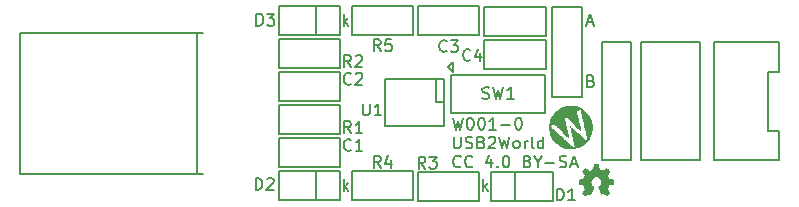
<source format=gto>
G04 (created by PCBNEW (2013-07-07 BZR 4022)-stable) date 25/03/2015 14:16:09*
%MOIN*%
G04 Gerber Fmt 3.4, Leading zero omitted, Abs format*
%FSLAX34Y34*%
G01*
G70*
G90*
G04 APERTURE LIST*
%ADD10C,0.00590551*%
%ADD11C,0.00787402*%
%ADD12C,0.0059*%
%ADD13C,0.0001*%
%ADD14C,0.0079*%
G04 APERTURE END LIST*
G54D10*
G54D11*
X59111Y-38663D02*
X59205Y-39056D01*
X59280Y-38775D01*
X59355Y-39056D01*
X59448Y-38663D01*
X59673Y-38663D02*
X59711Y-38663D01*
X59748Y-38682D01*
X59767Y-38700D01*
X59786Y-38738D01*
X59805Y-38813D01*
X59805Y-38907D01*
X59786Y-38982D01*
X59767Y-39019D01*
X59748Y-39038D01*
X59711Y-39056D01*
X59673Y-39056D01*
X59636Y-39038D01*
X59617Y-39019D01*
X59598Y-38982D01*
X59580Y-38907D01*
X59580Y-38813D01*
X59598Y-38738D01*
X59617Y-38700D01*
X59636Y-38682D01*
X59673Y-38663D01*
X60048Y-38663D02*
X60086Y-38663D01*
X60123Y-38682D01*
X60142Y-38700D01*
X60161Y-38738D01*
X60179Y-38813D01*
X60179Y-38907D01*
X60161Y-38982D01*
X60142Y-39019D01*
X60123Y-39038D01*
X60086Y-39056D01*
X60048Y-39056D01*
X60011Y-39038D01*
X59992Y-39019D01*
X59973Y-38982D01*
X59955Y-38907D01*
X59955Y-38813D01*
X59973Y-38738D01*
X59992Y-38700D01*
X60011Y-38682D01*
X60048Y-38663D01*
X60554Y-39056D02*
X60329Y-39056D01*
X60442Y-39056D02*
X60442Y-38663D01*
X60404Y-38719D01*
X60367Y-38757D01*
X60329Y-38775D01*
X60723Y-38907D02*
X61023Y-38907D01*
X61286Y-38663D02*
X61323Y-38663D01*
X61361Y-38682D01*
X61379Y-38700D01*
X61398Y-38738D01*
X61417Y-38813D01*
X61417Y-38907D01*
X61398Y-38982D01*
X61379Y-39019D01*
X61361Y-39038D01*
X61323Y-39056D01*
X61286Y-39056D01*
X61248Y-39038D01*
X61229Y-39019D01*
X61211Y-38982D01*
X61192Y-38907D01*
X61192Y-38813D01*
X61211Y-38738D01*
X61229Y-38700D01*
X61248Y-38682D01*
X61286Y-38663D01*
X59148Y-39293D02*
X59148Y-39611D01*
X59167Y-39649D01*
X59186Y-39668D01*
X59223Y-39686D01*
X59298Y-39686D01*
X59336Y-39668D01*
X59355Y-39649D01*
X59373Y-39611D01*
X59373Y-39293D01*
X59542Y-39668D02*
X59598Y-39686D01*
X59692Y-39686D01*
X59730Y-39668D01*
X59748Y-39649D01*
X59767Y-39611D01*
X59767Y-39574D01*
X59748Y-39536D01*
X59730Y-39518D01*
X59692Y-39499D01*
X59617Y-39480D01*
X59580Y-39461D01*
X59561Y-39443D01*
X59542Y-39405D01*
X59542Y-39368D01*
X59561Y-39330D01*
X59580Y-39311D01*
X59617Y-39293D01*
X59711Y-39293D01*
X59767Y-39311D01*
X60067Y-39480D02*
X60123Y-39499D01*
X60142Y-39518D01*
X60161Y-39555D01*
X60161Y-39611D01*
X60142Y-39649D01*
X60123Y-39668D01*
X60086Y-39686D01*
X59936Y-39686D01*
X59936Y-39293D01*
X60067Y-39293D01*
X60104Y-39311D01*
X60123Y-39330D01*
X60142Y-39368D01*
X60142Y-39405D01*
X60123Y-39443D01*
X60104Y-39461D01*
X60067Y-39480D01*
X59936Y-39480D01*
X60311Y-39330D02*
X60329Y-39311D01*
X60367Y-39293D01*
X60461Y-39293D01*
X60498Y-39311D01*
X60517Y-39330D01*
X60536Y-39368D01*
X60536Y-39405D01*
X60517Y-39461D01*
X60292Y-39686D01*
X60536Y-39686D01*
X60667Y-39293D02*
X60761Y-39686D01*
X60836Y-39405D01*
X60911Y-39686D01*
X61004Y-39293D01*
X61211Y-39686D02*
X61173Y-39668D01*
X61154Y-39649D01*
X61136Y-39611D01*
X61136Y-39499D01*
X61154Y-39461D01*
X61173Y-39443D01*
X61211Y-39424D01*
X61267Y-39424D01*
X61304Y-39443D01*
X61323Y-39461D01*
X61342Y-39499D01*
X61342Y-39611D01*
X61323Y-39649D01*
X61304Y-39668D01*
X61267Y-39686D01*
X61211Y-39686D01*
X61511Y-39686D02*
X61511Y-39424D01*
X61511Y-39499D02*
X61529Y-39461D01*
X61548Y-39443D01*
X61586Y-39424D01*
X61623Y-39424D01*
X61811Y-39686D02*
X61773Y-39668D01*
X61754Y-39630D01*
X61754Y-39293D01*
X62129Y-39686D02*
X62129Y-39293D01*
X62129Y-39668D02*
X62092Y-39686D01*
X62017Y-39686D01*
X61979Y-39668D01*
X61961Y-39649D01*
X61942Y-39611D01*
X61942Y-39499D01*
X61961Y-39461D01*
X61979Y-39443D01*
X62017Y-39424D01*
X62092Y-39424D01*
X62129Y-39443D01*
X59373Y-40279D02*
X59355Y-40298D01*
X59298Y-40316D01*
X59261Y-40316D01*
X59205Y-40298D01*
X59167Y-40260D01*
X59148Y-40223D01*
X59130Y-40148D01*
X59130Y-40091D01*
X59148Y-40016D01*
X59167Y-39979D01*
X59205Y-39941D01*
X59261Y-39923D01*
X59298Y-39923D01*
X59355Y-39941D01*
X59373Y-39960D01*
X59767Y-40279D02*
X59748Y-40298D01*
X59692Y-40316D01*
X59655Y-40316D01*
X59598Y-40298D01*
X59561Y-40260D01*
X59542Y-40223D01*
X59523Y-40148D01*
X59523Y-40091D01*
X59542Y-40016D01*
X59561Y-39979D01*
X59598Y-39941D01*
X59655Y-39923D01*
X59692Y-39923D01*
X59748Y-39941D01*
X59767Y-39960D01*
X60404Y-40054D02*
X60404Y-40316D01*
X60311Y-39904D02*
X60217Y-40185D01*
X60461Y-40185D01*
X60611Y-40279D02*
X60629Y-40298D01*
X60611Y-40316D01*
X60592Y-40298D01*
X60611Y-40279D01*
X60611Y-40316D01*
X60873Y-39923D02*
X60911Y-39923D01*
X60948Y-39941D01*
X60967Y-39960D01*
X60986Y-39998D01*
X61004Y-40073D01*
X61004Y-40166D01*
X60986Y-40241D01*
X60967Y-40279D01*
X60948Y-40298D01*
X60911Y-40316D01*
X60873Y-40316D01*
X60836Y-40298D01*
X60817Y-40279D01*
X60798Y-40241D01*
X60779Y-40166D01*
X60779Y-40073D01*
X60798Y-39998D01*
X60817Y-39960D01*
X60836Y-39941D01*
X60873Y-39923D01*
X61604Y-40110D02*
X61661Y-40129D01*
X61679Y-40148D01*
X61698Y-40185D01*
X61698Y-40241D01*
X61679Y-40279D01*
X61661Y-40298D01*
X61623Y-40316D01*
X61473Y-40316D01*
X61473Y-39923D01*
X61604Y-39923D01*
X61642Y-39941D01*
X61661Y-39960D01*
X61679Y-39998D01*
X61679Y-40035D01*
X61661Y-40073D01*
X61642Y-40091D01*
X61604Y-40110D01*
X61473Y-40110D01*
X61942Y-40129D02*
X61942Y-40316D01*
X61811Y-39923D02*
X61942Y-40129D01*
X62073Y-39923D01*
X62204Y-40166D02*
X62504Y-40166D01*
X62673Y-40298D02*
X62729Y-40316D01*
X62823Y-40316D01*
X62860Y-40298D01*
X62879Y-40279D01*
X62898Y-40241D01*
X62898Y-40204D01*
X62879Y-40166D01*
X62860Y-40148D01*
X62823Y-40129D01*
X62748Y-40110D01*
X62710Y-40091D01*
X62692Y-40073D01*
X62673Y-40035D01*
X62673Y-39998D01*
X62692Y-39960D01*
X62710Y-39941D01*
X62748Y-39923D01*
X62842Y-39923D01*
X62898Y-39941D01*
X63048Y-40204D02*
X63235Y-40204D01*
X63010Y-40316D02*
X63142Y-39923D01*
X63273Y-40316D01*
X63728Y-37433D02*
X63785Y-37452D01*
X63803Y-37470D01*
X63822Y-37508D01*
X63822Y-37564D01*
X63803Y-37602D01*
X63785Y-37620D01*
X63747Y-37639D01*
X63597Y-37639D01*
X63597Y-37245D01*
X63728Y-37245D01*
X63766Y-37264D01*
X63785Y-37283D01*
X63803Y-37320D01*
X63803Y-37358D01*
X63785Y-37395D01*
X63766Y-37414D01*
X63728Y-37433D01*
X63597Y-37433D01*
X63607Y-35479D02*
X63794Y-35479D01*
X63569Y-35592D02*
X63700Y-35198D01*
X63832Y-35592D01*
G54D12*
X57951Y-34933D02*
X60001Y-34933D01*
X60001Y-34933D02*
X60001Y-35908D01*
X60001Y-35908D02*
X57951Y-35908D01*
X57951Y-35908D02*
X57951Y-34933D01*
X55746Y-40444D02*
X57796Y-40444D01*
X57796Y-40444D02*
X57796Y-41419D01*
X57796Y-41419D02*
X55746Y-41419D01*
X55746Y-41419D02*
X55746Y-40444D01*
X55746Y-34933D02*
X57796Y-34933D01*
X57796Y-34933D02*
X57796Y-35908D01*
X57796Y-35908D02*
X55746Y-35908D01*
X55746Y-35908D02*
X55746Y-34933D01*
X53305Y-38240D02*
X55355Y-38240D01*
X55355Y-38240D02*
X55355Y-39215D01*
X55355Y-39215D02*
X53305Y-39215D01*
X53305Y-39215D02*
X53305Y-38240D01*
X53305Y-36035D02*
X55355Y-36035D01*
X55355Y-36035D02*
X55355Y-37010D01*
X55355Y-37010D02*
X53305Y-37010D01*
X53305Y-37010D02*
X53305Y-36035D01*
X53305Y-39342D02*
X55355Y-39342D01*
X55355Y-39342D02*
X55355Y-40317D01*
X55355Y-40317D02*
X53305Y-40317D01*
X53305Y-40317D02*
X53305Y-39342D01*
X53305Y-37137D02*
X55355Y-37137D01*
X55355Y-37137D02*
X55355Y-38112D01*
X55355Y-38112D02*
X53305Y-38112D01*
X53305Y-38112D02*
X53305Y-37137D01*
X62206Y-35933D02*
X60156Y-35933D01*
X60156Y-35933D02*
X60156Y-34958D01*
X60156Y-34958D02*
X62206Y-34958D01*
X62206Y-34958D02*
X62206Y-35933D01*
X62206Y-37035D02*
X60156Y-37035D01*
X60156Y-37035D02*
X60156Y-36060D01*
X60156Y-36060D02*
X62206Y-36060D01*
X62206Y-36060D02*
X62206Y-37035D01*
X60001Y-41444D02*
X57951Y-41444D01*
X57951Y-41444D02*
X57951Y-40469D01*
X57951Y-40469D02*
X60001Y-40469D01*
X60001Y-40469D02*
X60001Y-41444D01*
X69606Y-37125D02*
X70000Y-37125D01*
X70000Y-39094D02*
X69606Y-39094D01*
X70000Y-36338D02*
X70000Y-36141D01*
X70000Y-40078D02*
X70000Y-39881D01*
X67834Y-40078D02*
X67834Y-36141D01*
X67834Y-40078D02*
X70000Y-40078D01*
X67834Y-36141D02*
X70000Y-36141D01*
X69606Y-39094D02*
X69606Y-37125D01*
X70000Y-36338D02*
X70000Y-37125D01*
X70000Y-39881D02*
X70000Y-39094D01*
G54D10*
X59109Y-37126D02*
X58952Y-36968D01*
X58952Y-36968D02*
X59109Y-36811D01*
X59109Y-36811D02*
X59109Y-37126D01*
X58834Y-38150D02*
X58558Y-38150D01*
X58558Y-38150D02*
X58558Y-37362D01*
X58834Y-38937D02*
X56865Y-38937D01*
X56865Y-38937D02*
X56865Y-37362D01*
X56865Y-37362D02*
X58834Y-37362D01*
X58834Y-37362D02*
X58834Y-38937D01*
X54566Y-40472D02*
X54566Y-41417D01*
G54D12*
X53305Y-40444D02*
X55355Y-40444D01*
X55355Y-40444D02*
X55355Y-41419D01*
X55355Y-41419D02*
X53305Y-41419D01*
X53305Y-41419D02*
X53305Y-40444D01*
G54D10*
X54566Y-34960D02*
X54566Y-35905D01*
G54D12*
X53305Y-34933D02*
X55355Y-34933D01*
X55355Y-34933D02*
X55355Y-35908D01*
X55355Y-35908D02*
X53305Y-35908D01*
X53305Y-35908D02*
X53305Y-34933D01*
G54D10*
X61181Y-41417D02*
X61181Y-40472D01*
G54D12*
X62442Y-41444D02*
X60392Y-41444D01*
X60392Y-41444D02*
X60392Y-40469D01*
X60392Y-40469D02*
X62442Y-40469D01*
X62442Y-40469D02*
X62442Y-41444D01*
G54D10*
X50590Y-35826D02*
X50590Y-40551D01*
X44685Y-40551D02*
X50787Y-40551D01*
X44685Y-35826D02*
X44685Y-40551D01*
X50787Y-35826D02*
X44685Y-35826D01*
G54D12*
X59055Y-37874D02*
X59055Y-38503D01*
X59055Y-38503D02*
X62204Y-38503D01*
X62204Y-38503D02*
X62204Y-37244D01*
X62204Y-37244D02*
X59055Y-37244D01*
X59055Y-37244D02*
X59055Y-37874D01*
X62413Y-34956D02*
X63413Y-34956D01*
X63413Y-34956D02*
X63413Y-37956D01*
X63413Y-37956D02*
X62413Y-37956D01*
X62413Y-37956D02*
X62413Y-34956D01*
G54D10*
X67362Y-36141D02*
X67362Y-40078D01*
X67362Y-40078D02*
X65393Y-40078D01*
X65393Y-40078D02*
X65393Y-36141D01*
X65393Y-36141D02*
X67362Y-36141D01*
X65059Y-36141D02*
X65059Y-40078D01*
X64074Y-40078D02*
X64074Y-36141D01*
X64074Y-36141D02*
X65059Y-36141D01*
X64074Y-40078D02*
X65059Y-40078D01*
G54D13*
G36*
X63539Y-41278D02*
X63546Y-41275D01*
X63559Y-41266D01*
X63579Y-41253D01*
X63602Y-41238D01*
X63626Y-41222D01*
X63645Y-41209D01*
X63659Y-41200D01*
X63664Y-41197D01*
X63667Y-41198D01*
X63678Y-41204D01*
X63694Y-41212D01*
X63704Y-41217D01*
X63719Y-41223D01*
X63726Y-41225D01*
X63727Y-41223D01*
X63733Y-41211D01*
X63741Y-41192D01*
X63752Y-41166D01*
X63765Y-41136D01*
X63779Y-41104D01*
X63792Y-41071D01*
X63805Y-41040D01*
X63817Y-41011D01*
X63826Y-40988D01*
X63832Y-40972D01*
X63835Y-40965D01*
X63834Y-40964D01*
X63827Y-40957D01*
X63814Y-40947D01*
X63786Y-40924D01*
X63758Y-40890D01*
X63741Y-40851D01*
X63736Y-40807D01*
X63740Y-40767D01*
X63756Y-40729D01*
X63783Y-40694D01*
X63816Y-40668D01*
X63854Y-40652D01*
X63897Y-40647D01*
X63938Y-40651D01*
X63977Y-40667D01*
X64012Y-40693D01*
X64027Y-40710D01*
X64047Y-40746D01*
X64059Y-40783D01*
X64060Y-40792D01*
X64058Y-40834D01*
X64046Y-40874D01*
X64024Y-40909D01*
X63994Y-40938D01*
X63990Y-40941D01*
X63976Y-40952D01*
X63966Y-40959D01*
X63959Y-40965D01*
X64012Y-41092D01*
X64020Y-41112D01*
X64035Y-41147D01*
X64047Y-41177D01*
X64058Y-41201D01*
X64065Y-41217D01*
X64068Y-41223D01*
X64068Y-41223D01*
X64073Y-41224D01*
X64082Y-41221D01*
X64100Y-41212D01*
X64112Y-41206D01*
X64125Y-41200D01*
X64131Y-41197D01*
X64137Y-41200D01*
X64150Y-41208D01*
X64168Y-41221D01*
X64191Y-41236D01*
X64213Y-41251D01*
X64233Y-41264D01*
X64247Y-41274D01*
X64254Y-41277D01*
X64255Y-41277D01*
X64262Y-41274D01*
X64273Y-41264D01*
X64290Y-41248D01*
X64315Y-41224D01*
X64319Y-41220D01*
X64339Y-41200D01*
X64355Y-41182D01*
X64366Y-41170D01*
X64370Y-41165D01*
X64370Y-41165D01*
X64366Y-41158D01*
X64357Y-41143D01*
X64344Y-41123D01*
X64328Y-41099D01*
X64286Y-41038D01*
X64309Y-40981D01*
X64316Y-40963D01*
X64325Y-40941D01*
X64332Y-40926D01*
X64335Y-40919D01*
X64342Y-40917D01*
X64357Y-40913D01*
X64380Y-40909D01*
X64408Y-40904D01*
X64434Y-40899D01*
X64457Y-40894D01*
X64474Y-40891D01*
X64482Y-40890D01*
X64484Y-40888D01*
X64485Y-40885D01*
X64486Y-40877D01*
X64487Y-40862D01*
X64487Y-40840D01*
X64487Y-40807D01*
X64487Y-40804D01*
X64487Y-40773D01*
X64486Y-40748D01*
X64485Y-40733D01*
X64484Y-40726D01*
X64484Y-40726D01*
X64477Y-40724D01*
X64460Y-40721D01*
X64437Y-40716D01*
X64409Y-40711D01*
X64407Y-40711D01*
X64379Y-40705D01*
X64356Y-40700D01*
X64339Y-40697D01*
X64332Y-40694D01*
X64331Y-40692D01*
X64325Y-40681D01*
X64317Y-40664D01*
X64308Y-40643D01*
X64299Y-40621D01*
X64291Y-40601D01*
X64286Y-40587D01*
X64284Y-40580D01*
X64284Y-40580D01*
X64288Y-40573D01*
X64298Y-40559D01*
X64312Y-40539D01*
X64328Y-40515D01*
X64329Y-40513D01*
X64345Y-40489D01*
X64358Y-40469D01*
X64367Y-40455D01*
X64370Y-40449D01*
X64370Y-40448D01*
X64365Y-40441D01*
X64353Y-40428D01*
X64335Y-40410D01*
X64315Y-40389D01*
X64308Y-40383D01*
X64285Y-40360D01*
X64269Y-40346D01*
X64259Y-40338D01*
X64255Y-40336D01*
X64254Y-40336D01*
X64247Y-40340D01*
X64232Y-40350D01*
X64212Y-40364D01*
X64188Y-40380D01*
X64187Y-40381D01*
X64163Y-40397D01*
X64143Y-40411D01*
X64129Y-40420D01*
X64123Y-40423D01*
X64122Y-40423D01*
X64113Y-40421D01*
X64096Y-40415D01*
X64075Y-40407D01*
X64053Y-40398D01*
X64033Y-40390D01*
X64019Y-40383D01*
X64012Y-40379D01*
X64011Y-40379D01*
X64009Y-40370D01*
X64005Y-40352D01*
X64000Y-40328D01*
X63994Y-40299D01*
X63993Y-40295D01*
X63988Y-40266D01*
X63984Y-40243D01*
X63980Y-40227D01*
X63979Y-40220D01*
X63975Y-40220D01*
X63961Y-40219D01*
X63940Y-40218D01*
X63914Y-40218D01*
X63888Y-40218D01*
X63862Y-40218D01*
X63840Y-40219D01*
X63824Y-40220D01*
X63817Y-40222D01*
X63817Y-40222D01*
X63815Y-40231D01*
X63811Y-40248D01*
X63806Y-40273D01*
X63800Y-40302D01*
X63799Y-40307D01*
X63794Y-40335D01*
X63789Y-40358D01*
X63786Y-40374D01*
X63784Y-40380D01*
X63782Y-40381D01*
X63770Y-40387D01*
X63751Y-40394D01*
X63728Y-40404D01*
X63674Y-40426D01*
X63608Y-40380D01*
X63602Y-40376D01*
X63578Y-40360D01*
X63558Y-40347D01*
X63544Y-40338D01*
X63539Y-40335D01*
X63538Y-40335D01*
X63532Y-40341D01*
X63519Y-40353D01*
X63501Y-40371D01*
X63480Y-40391D01*
X63464Y-40407D01*
X63446Y-40425D01*
X63435Y-40438D01*
X63428Y-40446D01*
X63426Y-40451D01*
X63427Y-40454D01*
X63431Y-40461D01*
X63441Y-40475D01*
X63454Y-40496D01*
X63470Y-40519D01*
X63484Y-40539D01*
X63498Y-40561D01*
X63507Y-40577D01*
X63511Y-40584D01*
X63510Y-40588D01*
X63505Y-40601D01*
X63497Y-40620D01*
X63487Y-40644D01*
X63464Y-40696D01*
X63430Y-40703D01*
X63409Y-40707D01*
X63380Y-40712D01*
X63352Y-40718D01*
X63308Y-40726D01*
X63307Y-40885D01*
X63314Y-40888D01*
X63320Y-40890D01*
X63336Y-40894D01*
X63359Y-40898D01*
X63386Y-40903D01*
X63410Y-40908D01*
X63433Y-40912D01*
X63450Y-40915D01*
X63457Y-40917D01*
X63459Y-40919D01*
X63465Y-40931D01*
X63473Y-40949D01*
X63482Y-40970D01*
X63492Y-40993D01*
X63500Y-41013D01*
X63506Y-41029D01*
X63508Y-41037D01*
X63505Y-41043D01*
X63496Y-41057D01*
X63483Y-41077D01*
X63467Y-41100D01*
X63451Y-41123D01*
X63438Y-41143D01*
X63428Y-41157D01*
X63425Y-41164D01*
X63427Y-41168D01*
X63436Y-41179D01*
X63453Y-41197D01*
X63479Y-41223D01*
X63484Y-41227D01*
X63504Y-41247D01*
X63522Y-41263D01*
X63534Y-41274D01*
X63539Y-41278D01*
X63539Y-41278D01*
G37*
G36*
X63782Y-38974D02*
X63778Y-39055D01*
X63766Y-39134D01*
X63746Y-39211D01*
X63717Y-39286D01*
X63680Y-39357D01*
X63635Y-39423D01*
X63598Y-39467D01*
X63598Y-39374D01*
X63597Y-39368D01*
X63594Y-39354D01*
X63589Y-39332D01*
X63582Y-39302D01*
X63574Y-39267D01*
X63565Y-39225D01*
X63554Y-39179D01*
X63543Y-39129D01*
X63531Y-39075D01*
X63518Y-39019D01*
X63504Y-38961D01*
X63491Y-38902D01*
X63477Y-38842D01*
X63464Y-38783D01*
X63450Y-38725D01*
X63437Y-38669D01*
X63425Y-38616D01*
X63413Y-38566D01*
X63403Y-38521D01*
X63393Y-38480D01*
X63385Y-38445D01*
X63378Y-38416D01*
X63373Y-38395D01*
X63370Y-38382D01*
X63369Y-38377D01*
X63364Y-38378D01*
X63353Y-38384D01*
X63336Y-38393D01*
X63316Y-38405D01*
X63309Y-38409D01*
X63284Y-38424D01*
X63267Y-38435D01*
X63257Y-38443D01*
X63253Y-38449D01*
X63252Y-38451D01*
X63254Y-38457D01*
X63257Y-38472D01*
X63262Y-38494D01*
X63269Y-38524D01*
X63278Y-38560D01*
X63288Y-38601D01*
X63299Y-38648D01*
X63311Y-38698D01*
X63324Y-38751D01*
X63334Y-38789D01*
X63347Y-38844D01*
X63360Y-38896D01*
X63371Y-38945D01*
X63382Y-38989D01*
X63391Y-39028D01*
X63399Y-39061D01*
X63405Y-39088D01*
X63410Y-39108D01*
X63412Y-39119D01*
X63413Y-39122D01*
X63409Y-39119D01*
X63399Y-39111D01*
X63382Y-39096D01*
X63361Y-39077D01*
X63334Y-39053D01*
X63304Y-39025D01*
X63269Y-38994D01*
X63231Y-38959D01*
X63191Y-38922D01*
X63152Y-38887D01*
X62893Y-38648D01*
X62873Y-38660D01*
X62859Y-38669D01*
X62855Y-38677D01*
X62855Y-38679D01*
X62858Y-38692D01*
X62862Y-38712D01*
X62868Y-38740D01*
X62876Y-38773D01*
X62884Y-38811D01*
X62894Y-38853D01*
X62904Y-38899D01*
X62914Y-38946D01*
X62925Y-38995D01*
X62936Y-39044D01*
X62947Y-39093D01*
X62957Y-39141D01*
X62967Y-39186D01*
X62976Y-39228D01*
X62985Y-39266D01*
X62992Y-39299D01*
X62998Y-39326D01*
X63002Y-39346D01*
X63005Y-39358D01*
X63005Y-39362D01*
X63001Y-39359D01*
X62991Y-39350D01*
X62976Y-39335D01*
X62954Y-39315D01*
X62928Y-39290D01*
X62898Y-39261D01*
X62864Y-39229D01*
X62827Y-39193D01*
X62788Y-39155D01*
X62752Y-39121D01*
X62711Y-39081D01*
X62672Y-39044D01*
X62635Y-39009D01*
X62601Y-38977D01*
X62571Y-38948D01*
X62545Y-38924D01*
X62525Y-38904D01*
X62509Y-38890D01*
X62500Y-38881D01*
X62496Y-38879D01*
X62490Y-38881D01*
X62478Y-38888D01*
X62462Y-38897D01*
X62443Y-38907D01*
X62424Y-38919D01*
X62407Y-38929D01*
X62393Y-38939D01*
X62385Y-38945D01*
X62383Y-38948D01*
X62386Y-38951D01*
X62397Y-38961D01*
X62413Y-38977D01*
X62435Y-38997D01*
X62461Y-39022D01*
X62492Y-39051D01*
X62527Y-39083D01*
X62565Y-39118D01*
X62605Y-39155D01*
X62647Y-39194D01*
X62691Y-39235D01*
X62736Y-39276D01*
X62781Y-39318D01*
X62826Y-39359D01*
X62870Y-39399D01*
X62912Y-39438D01*
X62953Y-39475D01*
X62991Y-39510D01*
X63026Y-39542D01*
X63057Y-39571D01*
X63084Y-39596D01*
X63107Y-39616D01*
X63124Y-39631D01*
X63135Y-39641D01*
X63139Y-39644D01*
X63139Y-39644D01*
X63146Y-39642D01*
X63157Y-39636D01*
X63160Y-39635D01*
X63170Y-39628D01*
X63173Y-39621D01*
X63172Y-39609D01*
X63171Y-39607D01*
X63169Y-39599D01*
X63166Y-39582D01*
X63161Y-39558D01*
X63154Y-39527D01*
X63146Y-39491D01*
X63137Y-39450D01*
X63128Y-39406D01*
X63118Y-39359D01*
X63107Y-39311D01*
X63097Y-39262D01*
X63087Y-39214D01*
X63076Y-39167D01*
X63067Y-39123D01*
X63058Y-39082D01*
X63050Y-39046D01*
X63044Y-39015D01*
X63039Y-38991D01*
X63035Y-38974D01*
X63034Y-38967D01*
X63030Y-38951D01*
X63029Y-38943D01*
X63031Y-38941D01*
X63035Y-38943D01*
X63035Y-38944D01*
X63040Y-38948D01*
X63052Y-38958D01*
X63069Y-38973D01*
X63093Y-38993D01*
X63121Y-39018D01*
X63153Y-39046D01*
X63189Y-39077D01*
X63229Y-39111D01*
X63270Y-39147D01*
X63304Y-39176D01*
X63564Y-39402D01*
X63581Y-39392D01*
X63592Y-39384D01*
X63597Y-39376D01*
X63598Y-39374D01*
X63598Y-39467D01*
X63583Y-39485D01*
X63523Y-39541D01*
X63458Y-39590D01*
X63398Y-39626D01*
X63333Y-39656D01*
X63265Y-39681D01*
X63198Y-39699D01*
X63187Y-39701D01*
X63155Y-39705D01*
X63117Y-39708D01*
X63075Y-39710D01*
X63033Y-39710D01*
X62993Y-39709D01*
X62959Y-39706D01*
X62949Y-39705D01*
X62867Y-39688D01*
X62788Y-39662D01*
X62713Y-39627D01*
X62642Y-39583D01*
X62576Y-39531D01*
X62537Y-39494D01*
X62482Y-39433D01*
X62436Y-39366D01*
X62397Y-39294D01*
X62367Y-39218D01*
X62345Y-39140D01*
X62332Y-39059D01*
X62328Y-38989D01*
X62333Y-38906D01*
X62347Y-38826D01*
X62369Y-38748D01*
X62399Y-38675D01*
X62437Y-38605D01*
X62482Y-38541D01*
X62534Y-38482D01*
X62592Y-38428D01*
X62655Y-38381D01*
X62724Y-38341D01*
X62798Y-38308D01*
X62876Y-38283D01*
X62951Y-38268D01*
X62980Y-38265D01*
X63015Y-38263D01*
X63054Y-38263D01*
X63093Y-38263D01*
X63128Y-38265D01*
X63158Y-38268D01*
X63159Y-38268D01*
X63241Y-38285D01*
X63319Y-38311D01*
X63393Y-38345D01*
X63462Y-38386D01*
X63526Y-38434D01*
X63584Y-38489D01*
X63636Y-38551D01*
X63681Y-38618D01*
X63718Y-38689D01*
X63747Y-38766D01*
X63760Y-38811D01*
X63775Y-38893D01*
X63782Y-38974D01*
X63782Y-38974D01*
X63782Y-38974D01*
G37*
G54D14*
X58910Y-36430D02*
X58891Y-36448D01*
X58835Y-36467D01*
X58798Y-36467D01*
X58741Y-36448D01*
X58704Y-36411D01*
X58685Y-36373D01*
X58666Y-36298D01*
X58666Y-36242D01*
X58685Y-36167D01*
X58704Y-36129D01*
X58741Y-36092D01*
X58798Y-36073D01*
X58835Y-36073D01*
X58891Y-36092D01*
X58910Y-36111D01*
X59042Y-36073D02*
X59285Y-36073D01*
X59154Y-36223D01*
X59210Y-36223D01*
X59248Y-36242D01*
X59267Y-36261D01*
X59285Y-36298D01*
X59285Y-36392D01*
X59267Y-36430D01*
X59248Y-36448D01*
X59210Y-36467D01*
X59098Y-36467D01*
X59060Y-36448D01*
X59042Y-36430D01*
X56705Y-40329D02*
X56574Y-40141D01*
X56480Y-40329D02*
X56480Y-39935D01*
X56630Y-39935D01*
X56668Y-39954D01*
X56687Y-39972D01*
X56705Y-40010D01*
X56705Y-40066D01*
X56687Y-40104D01*
X56668Y-40122D01*
X56630Y-40141D01*
X56480Y-40141D01*
X57043Y-40066D02*
X57043Y-40329D01*
X56949Y-39916D02*
X56856Y-40198D01*
X57099Y-40198D01*
X56705Y-36442D02*
X56574Y-36254D01*
X56480Y-36442D02*
X56480Y-36048D01*
X56630Y-36048D01*
X56668Y-36067D01*
X56687Y-36086D01*
X56705Y-36123D01*
X56705Y-36179D01*
X56687Y-36217D01*
X56668Y-36236D01*
X56630Y-36254D01*
X56480Y-36254D01*
X57062Y-36048D02*
X56874Y-36048D01*
X56856Y-36236D01*
X56874Y-36217D01*
X56912Y-36198D01*
X57006Y-36198D01*
X57043Y-36217D01*
X57062Y-36236D01*
X57081Y-36273D01*
X57081Y-36367D01*
X57062Y-36405D01*
X57043Y-36423D01*
X57006Y-36442D01*
X56912Y-36442D01*
X56874Y-36423D01*
X56856Y-36405D01*
X55721Y-39175D02*
X55590Y-38987D01*
X55496Y-39175D02*
X55496Y-38781D01*
X55646Y-38781D01*
X55684Y-38799D01*
X55702Y-38818D01*
X55721Y-38856D01*
X55721Y-38912D01*
X55702Y-38950D01*
X55684Y-38968D01*
X55646Y-38987D01*
X55496Y-38987D01*
X56096Y-39175D02*
X55871Y-39175D01*
X55984Y-39175D02*
X55984Y-38781D01*
X55946Y-38837D01*
X55909Y-38875D01*
X55871Y-38893D01*
X55721Y-36970D02*
X55590Y-36782D01*
X55496Y-36970D02*
X55496Y-36576D01*
X55646Y-36576D01*
X55684Y-36595D01*
X55702Y-36614D01*
X55721Y-36651D01*
X55721Y-36707D01*
X55702Y-36745D01*
X55684Y-36764D01*
X55646Y-36782D01*
X55496Y-36782D01*
X55871Y-36614D02*
X55890Y-36595D01*
X55928Y-36576D01*
X56021Y-36576D01*
X56059Y-36595D01*
X56078Y-36614D01*
X56096Y-36651D01*
X56096Y-36689D01*
X56078Y-36745D01*
X55853Y-36970D01*
X56096Y-36970D01*
X55721Y-39728D02*
X55702Y-39747D01*
X55646Y-39765D01*
X55609Y-39765D01*
X55552Y-39747D01*
X55515Y-39709D01*
X55496Y-39671D01*
X55477Y-39596D01*
X55477Y-39540D01*
X55496Y-39465D01*
X55515Y-39428D01*
X55552Y-39390D01*
X55609Y-39371D01*
X55646Y-39371D01*
X55702Y-39390D01*
X55721Y-39409D01*
X56096Y-39765D02*
X55871Y-39765D01*
X55984Y-39765D02*
X55984Y-39371D01*
X55946Y-39428D01*
X55909Y-39465D01*
X55871Y-39484D01*
X55721Y-37523D02*
X55702Y-37542D01*
X55646Y-37561D01*
X55609Y-37561D01*
X55552Y-37542D01*
X55515Y-37504D01*
X55496Y-37467D01*
X55477Y-37392D01*
X55477Y-37335D01*
X55496Y-37260D01*
X55515Y-37223D01*
X55552Y-37185D01*
X55609Y-37167D01*
X55646Y-37167D01*
X55702Y-37185D01*
X55721Y-37204D01*
X55871Y-37204D02*
X55890Y-37185D01*
X55928Y-37167D01*
X56021Y-37167D01*
X56059Y-37185D01*
X56078Y-37204D01*
X56096Y-37242D01*
X56096Y-37279D01*
X56078Y-37335D01*
X55853Y-37561D01*
X56096Y-37561D01*
X59698Y-36736D02*
X59679Y-36754D01*
X59623Y-36773D01*
X59585Y-36773D01*
X59529Y-36754D01*
X59491Y-36717D01*
X59472Y-36679D01*
X59454Y-36604D01*
X59454Y-36548D01*
X59472Y-36473D01*
X59491Y-36435D01*
X59529Y-36398D01*
X59585Y-36379D01*
X59623Y-36379D01*
X59679Y-36398D01*
X59698Y-36417D01*
X60035Y-36510D02*
X60035Y-36773D01*
X59942Y-36360D02*
X59848Y-36642D01*
X60092Y-36642D01*
X58202Y-40356D02*
X58070Y-40168D01*
X57976Y-40356D02*
X57976Y-39962D01*
X58127Y-39962D01*
X58164Y-39981D01*
X58183Y-39999D01*
X58202Y-40037D01*
X58202Y-40093D01*
X58183Y-40131D01*
X58164Y-40149D01*
X58127Y-40168D01*
X57976Y-40168D01*
X58333Y-39962D02*
X58577Y-39962D01*
X58445Y-40112D01*
X58502Y-40112D01*
X58539Y-40131D01*
X58558Y-40149D01*
X58577Y-40187D01*
X58577Y-40281D01*
X58558Y-40318D01*
X58539Y-40337D01*
X58502Y-40356D01*
X58389Y-40356D01*
X58352Y-40337D01*
X58333Y-40318D01*
X56117Y-38190D02*
X56117Y-38509D01*
X56135Y-38547D01*
X56154Y-38565D01*
X56192Y-38584D01*
X56267Y-38584D01*
X56304Y-38565D01*
X56323Y-38547D01*
X56342Y-38509D01*
X56342Y-38190D01*
X56736Y-38584D02*
X56511Y-38584D01*
X56623Y-38584D02*
X56623Y-38190D01*
X56586Y-38246D01*
X56548Y-38284D01*
X56511Y-38303D01*
X52543Y-41064D02*
X52543Y-40670D01*
X52637Y-40670D01*
X52693Y-40689D01*
X52731Y-40727D01*
X52750Y-40764D01*
X52768Y-40839D01*
X52768Y-40896D01*
X52750Y-40971D01*
X52731Y-41008D01*
X52693Y-41046D01*
X52637Y-41064D01*
X52543Y-41064D01*
X52919Y-40708D02*
X52937Y-40689D01*
X52975Y-40670D01*
X53069Y-40670D01*
X53106Y-40689D01*
X53125Y-40708D01*
X53144Y-40746D01*
X53144Y-40783D01*
X53125Y-40839D01*
X52900Y-41064D01*
X53144Y-41064D01*
G54D11*
X55485Y-41104D02*
X55485Y-40710D01*
X55523Y-40954D02*
X55635Y-41104D01*
X55635Y-40841D02*
X55485Y-40991D01*
G54D14*
X52564Y-35592D02*
X52564Y-35198D01*
X52658Y-35198D01*
X52714Y-35217D01*
X52752Y-35254D01*
X52771Y-35292D01*
X52790Y-35367D01*
X52790Y-35423D01*
X52771Y-35498D01*
X52752Y-35536D01*
X52714Y-35573D01*
X52658Y-35592D01*
X52564Y-35592D01*
X52921Y-35198D02*
X53165Y-35198D01*
X53033Y-35348D01*
X53090Y-35348D01*
X53127Y-35367D01*
X53146Y-35386D01*
X53165Y-35423D01*
X53165Y-35517D01*
X53146Y-35555D01*
X53127Y-35573D01*
X53090Y-35592D01*
X52977Y-35592D01*
X52940Y-35573D01*
X52921Y-35555D01*
G54D11*
X55485Y-35592D02*
X55485Y-35198D01*
X55523Y-35442D02*
X55635Y-35592D01*
X55635Y-35329D02*
X55485Y-35479D01*
G54D14*
X62583Y-41419D02*
X62583Y-41025D01*
X62677Y-41025D01*
X62733Y-41044D01*
X62770Y-41081D01*
X62789Y-41119D01*
X62808Y-41194D01*
X62808Y-41250D01*
X62789Y-41325D01*
X62770Y-41363D01*
X62733Y-41400D01*
X62677Y-41419D01*
X62583Y-41419D01*
X63183Y-41419D02*
X62958Y-41419D01*
X63071Y-41419D02*
X63071Y-41025D01*
X63033Y-41081D01*
X62995Y-41119D01*
X62958Y-41137D01*
G54D11*
X60131Y-41104D02*
X60131Y-40710D01*
X60168Y-40954D02*
X60281Y-41104D01*
X60281Y-40841D02*
X60131Y-40991D01*
X60104Y-38014D02*
X60161Y-38033D01*
X60254Y-38033D01*
X60292Y-38014D01*
X60311Y-37995D01*
X60329Y-37958D01*
X60329Y-37920D01*
X60311Y-37883D01*
X60292Y-37864D01*
X60254Y-37845D01*
X60179Y-37827D01*
X60142Y-37808D01*
X60123Y-37789D01*
X60104Y-37752D01*
X60104Y-37714D01*
X60123Y-37677D01*
X60142Y-37658D01*
X60179Y-37639D01*
X60273Y-37639D01*
X60329Y-37658D01*
X60461Y-37639D02*
X60554Y-38033D01*
X60629Y-37752D01*
X60704Y-38033D01*
X60798Y-37639D01*
X61154Y-38033D02*
X60929Y-38033D01*
X61042Y-38033D02*
X61042Y-37639D01*
X61004Y-37695D01*
X60967Y-37733D01*
X60929Y-37752D01*
M02*

</source>
